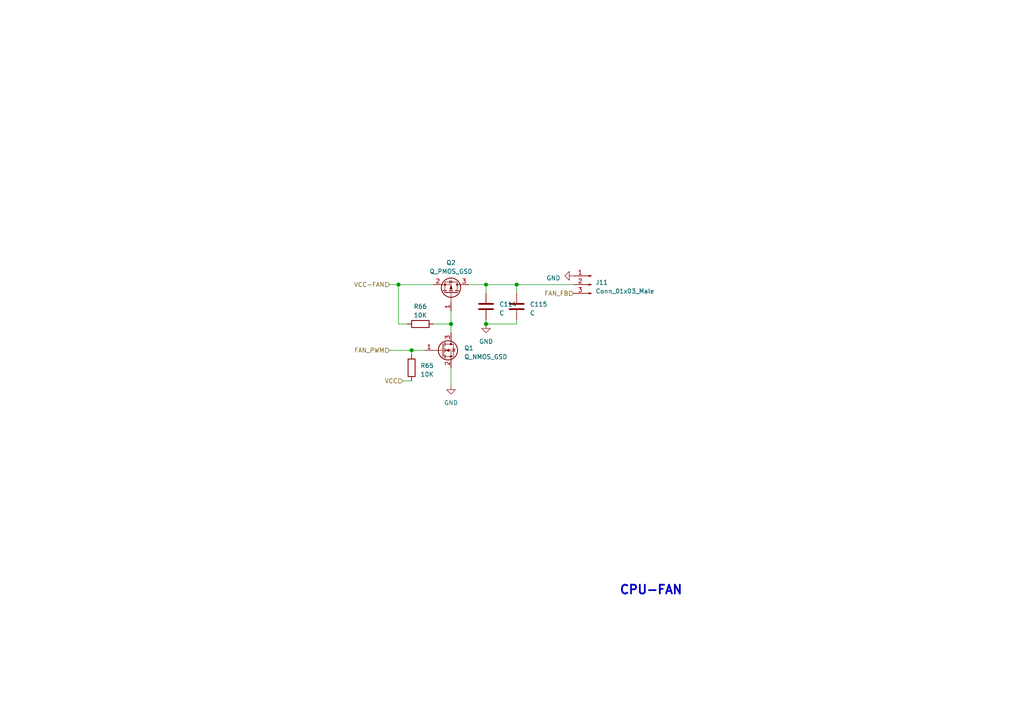
<source format=kicad_sch>
(kicad_sch (version 20210406) (generator eeschema)
  (paper "A4")
  (lib_symbols
    (symbol "Connector:Conn_01x03_Male" (pin_names (offset 1.016) hide)
      (property "Reference" "J" (at 0 5.08 0))
      (property "Value" "Conn_01x03_Male" (at 0 -5.08 0))
      (symbol "Conn_01x03_Male_1_1"
        (rectangle (start 0.8636 -2.413) (end 0 -2.667) (stroke (width 0.1524)) (fill (type outline)))
        (rectangle (start 0.8636 0.127) (end 0 -0.127) (stroke (width 0.1524)) (fill (type outline)))
        (rectangle (start 0.8636 2.667) (end 0 2.413) (stroke (width 0.1524)) (fill (type outline)))
        (polyline (pts (xy 1.27 -2.54) (xy 0.8636 -2.54)) (stroke (width 0.1524)))
        (polyline (pts (xy 1.27 0) (xy 0.8636 0)) (stroke (width 0.1524)))
        (polyline (pts (xy 1.27 2.54) (xy 0.8636 2.54)) (stroke (width 0.1524)))
        (pin passive line (at 5.08 2.54 180) (length 3.81) (name "Pin_1") (number "1"))
        (pin passive line (at 5.08 0 180) (length 3.81) (name "Pin_2") (number "2"))
        (pin passive line (at 5.08 -2.54 180) (length 3.81) (name "Pin_3") (number "3"))
      )
    )
    (symbol "Device:C" (pin_numbers hide) (pin_names (offset 0.254))
      (property "Reference" "C" (at 0.635 2.54 0))
      (property "Value" "C" (at 0.635 -2.54 0))
      (symbol "C_0_1"
        (polyline (pts (xy -2.032 -0.762) (xy 2.032 -0.762)) (stroke (width 0.508)))
        (polyline (pts (xy -2.032 0.762) (xy 2.032 0.762)) (stroke (width 0.508)))
      )
      (symbol "C_1_1"
        (pin passive line (at 0 3.81 270) (length 2.794) (name "~") (number "1"))
        (pin passive line (at 0 -3.81 90) (length 2.794) (name "~") (number "2"))
      )
    )
    (symbol "Device:Q_NMOS_GSD" (pin_names (offset 0) hide)
      (property "Reference" "Q" (at 5.08 1.27 0))
      (property "Value" "Q_NMOS_GSD" (at 5.08 -1.27 0))
      (symbol "Q_NMOS_GSD_0_1"
        (circle (center 1.651 0) (radius 2.794) (stroke (width 0.254)))
        (circle (center 2.54 -1.778) (radius 0.254) (fill (type outline)))
        (circle (center 2.54 1.778) (radius 0.254) (fill (type outline)))
        (polyline (pts (xy 0.254 0) (xy -2.54 0)))
        (polyline (pts (xy 0.254 1.905) (xy 0.254 -1.905)) (stroke (width 0.254)))
        (polyline (pts (xy 0.762 -1.27) (xy 0.762 -2.286)) (stroke (width 0.254)))
        (polyline (pts (xy 0.762 0.508) (xy 0.762 -0.508)) (stroke (width 0.254)))
        (polyline (pts (xy 0.762 2.286) (xy 0.762 1.27)) (stroke (width 0.254)))
        (polyline (pts (xy 2.54 2.54) (xy 2.54 1.778)))
        (polyline (pts (xy 2.54 -2.54) (xy 2.54 0) (xy 0.762 0)))
        (polyline (pts (xy 0.762 -1.778) (xy 3.302 -1.778) (xy 3.302 1.778) (xy 0.762 1.778)))
        (polyline (pts (xy 2.794 0.508) (xy 2.921 0.381) (xy 3.683 0.381) (xy 3.81 0.254)))
        (polyline (pts (xy 3.302 0.381) (xy 2.921 -0.254) (xy 3.683 -0.254) (xy 3.302 0.381)))
        (polyline (pts (xy 1.016 0) (xy 2.032 0.381) (xy 2.032 -0.381) (xy 1.016 0)) (fill (type outline)))
      )
      (symbol "Q_NMOS_GSD_1_1"
        (pin input line (at -5.08 0 0) (length 2.54) (name "G") (number "1"))
        (pin passive line (at 2.54 -5.08 90) (length 2.54) (name "S") (number "2"))
        (pin passive line (at 2.54 5.08 270) (length 2.54) (name "D") (number "3"))
      )
    )
    (symbol "Device:Q_PMOS_GSD" (pin_names (offset 0) hide)
      (property "Reference" "Q" (at 5.08 1.27 0))
      (property "Value" "Q_PMOS_GSD" (at 5.08 -1.27 0))
      (symbol "Q_PMOS_GSD_0_1"
        (circle (center 1.651 0) (radius 2.794) (stroke (width 0.254)))
        (circle (center 2.54 -1.778) (radius 0.254) (fill (type outline)))
        (circle (center 2.54 1.778) (radius 0.254) (fill (type outline)))
        (polyline (pts (xy 0.254 0) (xy -2.54 0)))
        (polyline (pts (xy 0.254 1.905) (xy 0.254 -1.905)) (stroke (width 0.254)))
        (polyline (pts (xy 0.762 -1.27) (xy 0.762 -2.286)) (stroke (width 0.254)))
        (polyline (pts (xy 0.762 0.508) (xy 0.762 -0.508)) (stroke (width 0.254)))
        (polyline (pts (xy 0.762 2.286) (xy 0.762 1.27)) (stroke (width 0.254)))
        (polyline (pts (xy 2.54 2.54) (xy 2.54 1.778)))
        (polyline (pts (xy 2.54 -2.54) (xy 2.54 0) (xy 0.762 0)))
        (polyline (pts (xy 0.762 1.778) (xy 3.302 1.778) (xy 3.302 -1.778) (xy 0.762 -1.778)))
        (polyline (pts (xy 2.794 -0.508) (xy 2.921 -0.381) (xy 3.683 -0.381) (xy 3.81 -0.254)))
        (polyline (pts (xy 3.302 -0.381) (xy 2.921 0.254) (xy 3.683 0.254) (xy 3.302 -0.381)))
        (polyline (pts (xy 2.286 0) (xy 1.27 0.381) (xy 1.27 -0.381) (xy 2.286 0)) (fill (type outline)))
      )
      (symbol "Q_PMOS_GSD_1_1"
        (pin input line (at -5.08 0 0) (length 2.54) (name "G") (number "1"))
        (pin passive line (at 2.54 -5.08 90) (length 2.54) (name "S") (number "2"))
        (pin passive line (at 2.54 5.08 270) (length 2.54) (name "D") (number "3"))
      )
    )
    (symbol "Device:R" (pin_numbers hide) (pin_names (offset 0))
      (property "Reference" "R" (at 2.032 0 90))
      (property "Value" "R" (at 0 0 90))
      (symbol "R_0_1"
        (rectangle (start -1.016 -2.54) (end 1.016 2.54) (stroke (width 0.254)))
      )
      (symbol "R_1_1"
        (pin passive line (at 0 3.81 270) (length 1.27) (name "~") (number "1"))
        (pin passive line (at 0 -3.81 90) (length 1.27) (name "~") (number "2"))
      )
    )
    (symbol "power:GND" (power) (pin_names (offset 0))
      (property "Value" "GND" (at 0 -3.81 0))
      (symbol "GND_0_1"
        (polyline (pts (xy 0 0) (xy 0 -1.27) (xy 1.27 -1.27) (xy 0 -2.54) (xy -1.27 -1.27) (xy 0 -1.27)))
      )
      (symbol "GND_1_1"
        (pin power_in line (at 0 0 270) (length 0) hide (name "GND") (number "1"))
      )
    )
  )
  (junction (at 115.57 82.55) (diameter 1.016))
  (junction (at 119.38 101.6) (diameter 1.016))
  (junction (at 130.81 93.98) (diameter 1.016))
  (junction (at 140.97 82.55) (diameter 1.016))
  (junction (at 140.97 93.98) (diameter 1.016))
  (junction (at 149.86 82.55) (diameter 1.016))
  (wire (pts (xy 113.03 82.55) (xy 115.57 82.55)))
  (wire (pts (xy 113.03 101.6) (xy 119.38 101.6)))
  (wire (pts (xy 115.57 82.55) (xy 115.57 93.98)))
  (wire (pts (xy 115.57 82.55) (xy 125.73 82.55)))
  (wire (pts (xy 115.57 93.98) (xy 118.11 93.98)))
  (wire (pts (xy 116.84 110.49) (xy 119.38 110.49)))
  (wire (pts (xy 119.38 101.6) (xy 123.19 101.6)))
  (wire (pts (xy 119.38 102.87) (xy 119.38 101.6)))
  (wire (pts (xy 125.73 93.98) (xy 130.81 93.98)))
  (wire (pts (xy 130.81 90.17) (xy 130.81 93.98)))
  (wire (pts (xy 130.81 93.98) (xy 130.81 96.52)))
  (wire (pts (xy 130.81 106.68) (xy 130.81 111.76)))
  (wire (pts (xy 140.97 82.55) (xy 135.89 82.55)))
  (wire (pts (xy 140.97 82.55) (xy 149.86 82.55)))
  (wire (pts (xy 140.97 85.09) (xy 140.97 82.55)))
  (wire (pts (xy 140.97 92.71) (xy 140.97 93.98)))
  (wire (pts (xy 149.86 82.55) (xy 149.86 85.09)))
  (wire (pts (xy 149.86 82.55) (xy 166.37 82.55)))
  (wire (pts (xy 149.86 92.71) (xy 149.86 93.98)))
  (wire (pts (xy 149.86 93.98) (xy 140.97 93.98)))
  (text "CPU-FAN" (at 198.12 172.72 180) (effects (font (size 2.54 2.54) (thickness 0.508) bold) (justify right bottom)))
  (hierarchical_label "VCC-FAN" (shape input) (at 113.03 82.55 180))
  (hierarchical_label "FAN_PWM" (shape input) (at 113.03 101.6 180))
  (hierarchical_label "VCC" (shape input) (at 116.84 110.49 180))
  (hierarchical_label "FAN_FB" (shape input) (at 166.37 85.09 180))
  (symbol (lib_id "power:GND") (at 130.81 111.76 0) (unit 1)
    (property "Reference" "#PWR0206" (effects hide))
    (property "Value" "GND" (at 130.81 116.84 0))
  )
  (symbol (lib_id "power:GND") (at 140.97 93.98 0) (unit 1)
    (property "Reference" "#PWR0205" (effects hide))
    (property "Value" "GND" (at 140.97 99.06 0))
  )
  (symbol (lib_id "power:GND") (at 166.37 80.01 270) (unit 1)
    (property "Reference" "#PWR0192" (effects hide))
    (property "Value" "GND" (at 162.56 80.6449 90) (effects (justify right)))
  )
  (symbol (lib_id "Device:R") (at 119.38 106.68 180) (unit 1)
    (property "Reference" "R65" (at 121.92 106.0449 0) (effects (justify right)))
    (property "Value" "10K" (at 121.92 108.5849 0) (effects (justify right)))
    (property "Footprint" "Resistor_SMD:R_0402_1005Metric" (effects hide))
  )
  (symbol (lib_id "Device:R") (at 121.92 93.98 90) (unit 1)
    (property "Reference" "R66" (at 121.92 88.9 90))
    (property "Value" "10K" (at 121.92 91.44 90))
    (property "Footprint" "Resistor_SMD:R_0402_1005Metric" (effects hide))
  )
  (symbol (lib_id "Connector:Conn_01x03_Male") (at 171.45 82.55 0) (mirror y) (unit 1)
    (property "Reference" "J11" (at 172.72 81.9149 0) (effects (justify right)))
    (property "Value" "Conn_01x03_Male" (at 172.72 84.4549 0) (effects (justify right)))
    (property "Footprint" "Connector_PinHeader_2.54mm:PinHeader_1x03_P2.54mm_Vertical" (effects hide))
  )
  (symbol (lib_id "Device:C") (at 140.97 88.9 0) (unit 1)
    (property "Reference" "C114" (at 144.78 88.2649 0) (effects (justify left)))
    (property "Value" "C" (at 144.78 90.8049 0) (effects (justify left)))
  )
  (symbol (lib_id "Device:C") (at 149.86 88.9 0) (unit 1)
    (property "Reference" "C115" (at 153.67 88.2649 0) (effects (justify left)))
    (property "Value" "C" (at 153.67 90.8049 0) (effects (justify left)))
  )
  (symbol (lib_id "Device:Q_NMOS_GSD") (at 128.27 101.6 0) (unit 1)
    (property "Reference" "Q1" (at 134.62 100.9649 0) (effects (justify left)))
    (property "Value" "Q_NMOS_GSD" (at 134.62 103.5049 0) (effects (justify left)))
    (property "Footprint" "Package_TO_SOT_SMD:SOT-23" (effects hide))
  )
  (symbol (lib_id "Device:Q_PMOS_GSD") (at 130.81 85.09 270) (mirror x) (unit 1)
    (property "Reference" "Q2" (at 130.81 76.2 90))
    (property "Value" "Q_PMOS_GSD" (at 130.81 78.74 90))
    (property "Footprint" "Package_TO_SOT_SMD:SOT-23" (effects hide))
  )
)
</source>
